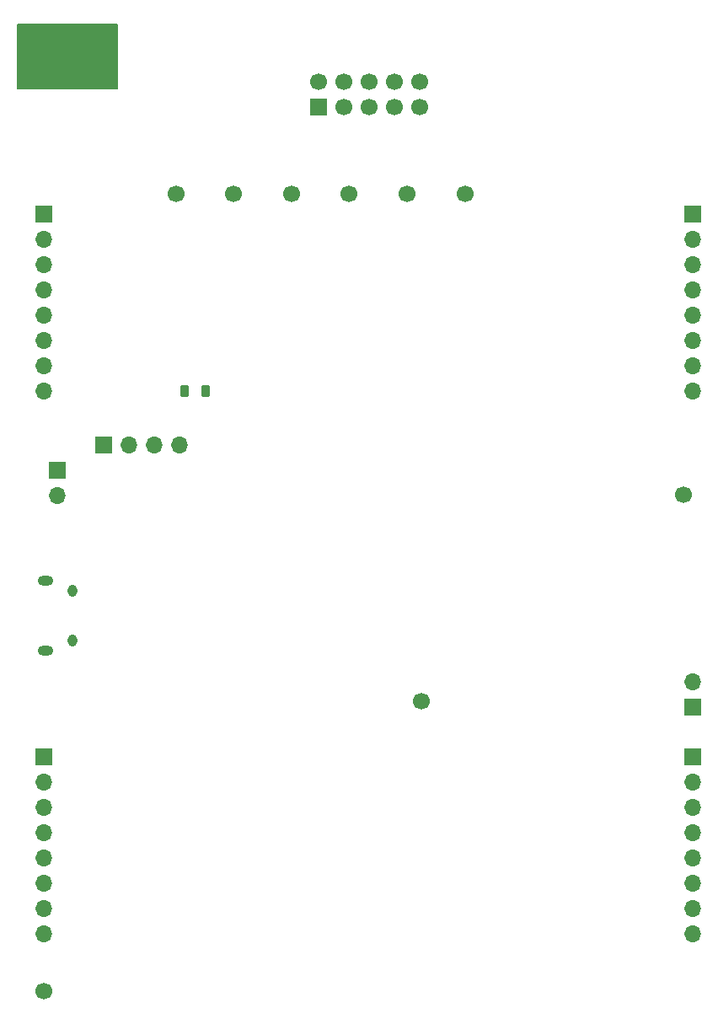
<source format=gbr>
%TF.GenerationSoftware,KiCad,Pcbnew,7.0.9*%
%TF.CreationDate,2024-02-04T10:52:35+00:00*%
%TF.ProjectId,QuadMod Components,51756164-4d6f-4642-9043-6f6d706f6e65,rev?*%
%TF.SameCoordinates,Original*%
%TF.FileFunction,Soldermask,Bot*%
%TF.FilePolarity,Negative*%
%FSLAX46Y46*%
G04 Gerber Fmt 4.6, Leading zero omitted, Abs format (unit mm)*
G04 Created by KiCad (PCBNEW 7.0.9) date 2024-02-04 10:52:35*
%MOMM*%
%LPD*%
G01*
G04 APERTURE LIST*
G04 Aperture macros list*
%AMRoundRect*
0 Rectangle with rounded corners*
0 $1 Rounding radius*
0 $2 $3 $4 $5 $6 $7 $8 $9 X,Y pos of 4 corners*
0 Add a 4 corners polygon primitive as box body*
4,1,4,$2,$3,$4,$5,$6,$7,$8,$9,$2,$3,0*
0 Add four circle primitives for the rounded corners*
1,1,$1+$1,$2,$3*
1,1,$1+$1,$4,$5*
1,1,$1+$1,$6,$7*
1,1,$1+$1,$8,$9*
0 Add four rect primitives between the rounded corners*
20,1,$1+$1,$2,$3,$4,$5,0*
20,1,$1+$1,$4,$5,$6,$7,0*
20,1,$1+$1,$6,$7,$8,$9,0*
20,1,$1+$1,$8,$9,$2,$3,0*%
G04 Aperture macros list end*
%ADD10C,0.150000*%
%ADD11C,1.700000*%
%ADD12O,0.950000X1.250000*%
%ADD13O,1.550000X1.000000*%
%ADD14R,1.700000X1.700000*%
%ADD15O,1.700000X1.700000*%
%ADD16RoundRect,0.218750X-0.218750X-0.381250X0.218750X-0.381250X0.218750X0.381250X-0.218750X0.381250X0*%
G04 APERTURE END LIST*
D10*
X100100000Y-50000000D02*
X110100000Y-50000000D01*
X110100000Y-56400000D01*
X100100000Y-56400000D01*
X100100000Y-50000000D01*
G36*
X100100000Y-50000000D02*
G01*
X110100000Y-50000000D01*
X110100000Y-56400000D01*
X100100000Y-56400000D01*
X100100000Y-50000000D01*
G37*
D11*
%TO.C,TP3*%
X127600000Y-67000000D03*
%TD*%
D12*
%TO.C,J6*%
X105585000Y-106900000D03*
X105585000Y-111900000D03*
D13*
X102885000Y-112900000D03*
X102885000Y-105900000D03*
%TD*%
D11*
%TO.C,TP1*%
X133400000Y-67000000D03*
%TD*%
D14*
%TO.C,J5*%
X130300000Y-58275000D03*
D11*
X130300000Y-55735000D03*
X132840000Y-58275000D03*
X132840000Y-55735000D03*
X135380000Y-58275000D03*
X135380000Y-55735000D03*
X137920000Y-58275000D03*
X137920000Y-55735000D03*
X140460000Y-58275000D03*
X140460000Y-55735000D03*
%TD*%
D14*
%TO.C,J7*%
X108700000Y-92200000D03*
D15*
X111240000Y-92200000D03*
X113780000Y-92200000D03*
X116320000Y-92200000D03*
%TD*%
D11*
%TO.C,TP7*%
X167000000Y-97200000D03*
%TD*%
D14*
%TO.C,J8*%
X167900000Y-118600000D03*
D15*
X167900000Y-116060000D03*
%TD*%
D11*
%TO.C,TP9*%
X102700000Y-147100000D03*
%TD*%
%TO.C,TP8*%
X140600000Y-118000000D03*
%TD*%
%TO.C,TP5*%
X145000000Y-67000000D03*
%TD*%
D14*
%TO.C,J9*%
X104100000Y-94800000D03*
D15*
X104100000Y-97340000D03*
%TD*%
D11*
%TO.C,TP4*%
X116000000Y-67000000D03*
%TD*%
%TO.C,TP2*%
X121800000Y-67000000D03*
%TD*%
%TO.C,TP6*%
X139200000Y-67000000D03*
%TD*%
D14*
%TO.C,J2*%
X167900000Y-69000000D03*
D15*
X167900000Y-71540000D03*
X167900000Y-74080000D03*
X167900000Y-76620000D03*
X167900000Y-79160000D03*
X167900000Y-81700000D03*
X167900000Y-84240000D03*
X167900000Y-86780000D03*
%TD*%
D14*
%TO.C,J1*%
X102700000Y-69000000D03*
D15*
X102700000Y-71540000D03*
X102700000Y-74080000D03*
X102700000Y-76620000D03*
X102700000Y-79160000D03*
X102700000Y-81700000D03*
X102700000Y-84240000D03*
X102700000Y-86780000D03*
%TD*%
D16*
%TO.C,L1*%
X116837500Y-86800000D03*
X118962500Y-86800000D03*
%TD*%
D14*
%TO.C,J3*%
X102700000Y-123600000D03*
D15*
X102700000Y-126140000D03*
X102700000Y-128680000D03*
X102700000Y-131220000D03*
X102700000Y-133760000D03*
X102700000Y-136300000D03*
X102700000Y-138840000D03*
X102700000Y-141380000D03*
%TD*%
D14*
%TO.C,J4*%
X167900000Y-123600000D03*
D15*
X167900000Y-126140000D03*
X167900000Y-128680000D03*
X167900000Y-131220000D03*
X167900000Y-133760000D03*
X167900000Y-136300000D03*
X167900000Y-138840000D03*
X167900000Y-141380000D03*
%TD*%
M02*

</source>
